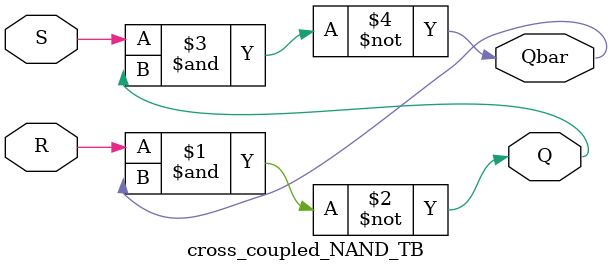
<source format=v>
`timescale 1ns / 1ps


module cross_coupled_NAND_TB(Q ,Qbar,R, S);
    output Q, Qbar;
    input R,S;
    
    nand #1 (Q, R, Qbar);
    nand #1 (Qbar, S, Q);
    
endmodule

</source>
